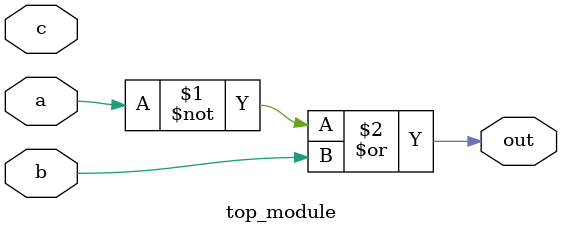
<source format=sv>
module top_module(
    input a, 
    input b,
    input c,
    output out
);

assign out = ~a | b;

endmodule

</source>
